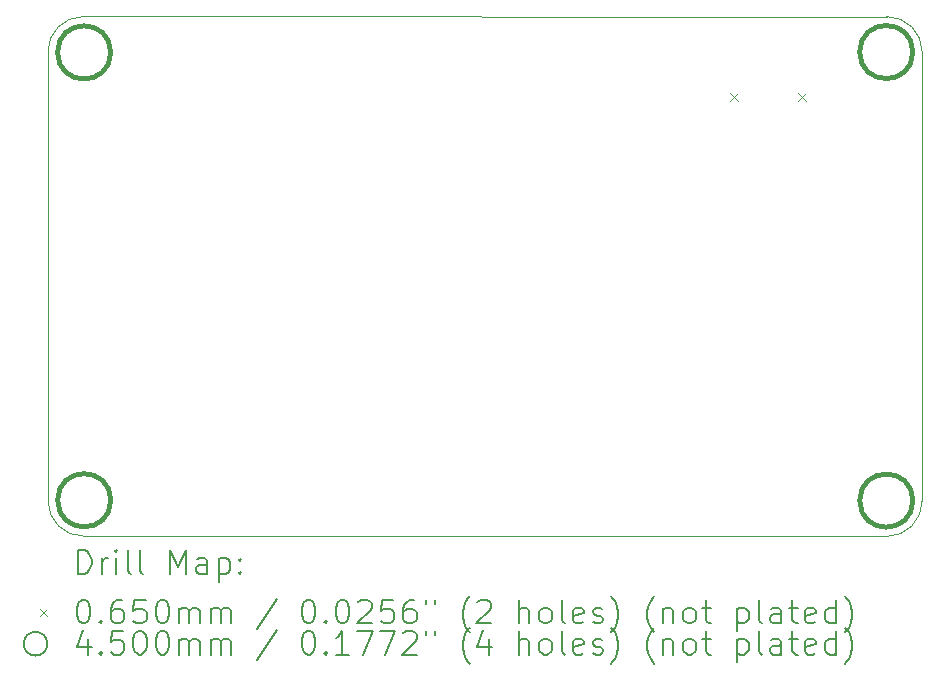
<source format=gbr>
%TF.GenerationSoftware,KiCad,Pcbnew,8.0.4*%
%TF.CreationDate,2024-09-20T11:31:18-05:00*%
%TF.ProjectId,spudglo_driver_v8p0,73707564-676c-46f5-9f64-72697665725f,rev?*%
%TF.SameCoordinates,Original*%
%TF.FileFunction,Drillmap*%
%TF.FilePolarity,Positive*%
%FSLAX45Y45*%
G04 Gerber Fmt 4.5, Leading zero omitted, Abs format (unit mm)*
G04 Created by KiCad (PCBNEW 8.0.4) date 2024-09-20 11:31:18*
%MOMM*%
%LPD*%
G01*
G04 APERTURE LIST*
%ADD10C,0.100000*%
%ADD11C,0.200000*%
%ADD12C,0.450000*%
G04 APERTURE END LIST*
D10*
X14257500Y-17495000D02*
G75*
G02*
X13958757Y-17796230I-298740J-2480D01*
G01*
X14257500Y-17495000D02*
X14258728Y-13693743D01*
X13957500Y-13395000D02*
G75*
G02*
X14258720Y-13693743I2470J-298740D01*
G01*
X6856620Y-17495376D02*
X6855880Y-13695349D01*
X13957500Y-13395000D02*
X7154624Y-13394120D01*
X7157849Y-17794120D02*
G75*
G02*
X6856620Y-17495376I-2479J298740D01*
G01*
X6855880Y-13695349D02*
G75*
G02*
X7154624Y-13394120I298744J2475D01*
G01*
X13958757Y-17796229D02*
X7157849Y-17794120D01*
D11*
D10*
X12630500Y-14041500D02*
X12695500Y-14106500D01*
X12695500Y-14041500D02*
X12630500Y-14106500D01*
X13208500Y-14041500D02*
X13273500Y-14106500D01*
X13273500Y-14041500D02*
X13208500Y-14106500D01*
D12*
X7387000Y-13698000D02*
G75*
G02*
X6937000Y-13698000I-225000J0D01*
G01*
X6937000Y-13698000D02*
G75*
G02*
X7387000Y-13698000I225000J0D01*
G01*
X7388000Y-17490000D02*
G75*
G02*
X6938000Y-17490000I-225000J0D01*
G01*
X6938000Y-17490000D02*
G75*
G02*
X7388000Y-17490000I225000J0D01*
G01*
X14179000Y-13695000D02*
G75*
G02*
X13729000Y-13695000I-225000J0D01*
G01*
X13729000Y-13695000D02*
G75*
G02*
X14179000Y-13695000I225000J0D01*
G01*
X14179000Y-17493000D02*
G75*
G02*
X13729000Y-17493000I-225000J0D01*
G01*
X13729000Y-17493000D02*
G75*
G02*
X14179000Y-17493000I225000J0D01*
G01*
D11*
X7111647Y-18112714D02*
X7111647Y-17912714D01*
X7111647Y-17912714D02*
X7159266Y-17912714D01*
X7159266Y-17912714D02*
X7187838Y-17922238D01*
X7187838Y-17922238D02*
X7206885Y-17941286D01*
X7206885Y-17941286D02*
X7216409Y-17960333D01*
X7216409Y-17960333D02*
X7225933Y-17998428D01*
X7225933Y-17998428D02*
X7225933Y-18027000D01*
X7225933Y-18027000D02*
X7216409Y-18065095D01*
X7216409Y-18065095D02*
X7206885Y-18084143D01*
X7206885Y-18084143D02*
X7187838Y-18103190D01*
X7187838Y-18103190D02*
X7159266Y-18112714D01*
X7159266Y-18112714D02*
X7111647Y-18112714D01*
X7311647Y-18112714D02*
X7311647Y-17979381D01*
X7311647Y-18017476D02*
X7321171Y-17998428D01*
X7321171Y-17998428D02*
X7330695Y-17988905D01*
X7330695Y-17988905D02*
X7349742Y-17979381D01*
X7349742Y-17979381D02*
X7368790Y-17979381D01*
X7435457Y-18112714D02*
X7435457Y-17979381D01*
X7435457Y-17912714D02*
X7425933Y-17922238D01*
X7425933Y-17922238D02*
X7435457Y-17931762D01*
X7435457Y-17931762D02*
X7444980Y-17922238D01*
X7444980Y-17922238D02*
X7435457Y-17912714D01*
X7435457Y-17912714D02*
X7435457Y-17931762D01*
X7559266Y-18112714D02*
X7540218Y-18103190D01*
X7540218Y-18103190D02*
X7530695Y-18084143D01*
X7530695Y-18084143D02*
X7530695Y-17912714D01*
X7664028Y-18112714D02*
X7644980Y-18103190D01*
X7644980Y-18103190D02*
X7635457Y-18084143D01*
X7635457Y-18084143D02*
X7635457Y-17912714D01*
X7892599Y-18112714D02*
X7892599Y-17912714D01*
X7892599Y-17912714D02*
X7959266Y-18055571D01*
X7959266Y-18055571D02*
X8025933Y-17912714D01*
X8025933Y-17912714D02*
X8025933Y-18112714D01*
X8206885Y-18112714D02*
X8206885Y-18007952D01*
X8206885Y-18007952D02*
X8197361Y-17988905D01*
X8197361Y-17988905D02*
X8178314Y-17979381D01*
X8178314Y-17979381D02*
X8140218Y-17979381D01*
X8140218Y-17979381D02*
X8121171Y-17988905D01*
X8206885Y-18103190D02*
X8187838Y-18112714D01*
X8187838Y-18112714D02*
X8140218Y-18112714D01*
X8140218Y-18112714D02*
X8121171Y-18103190D01*
X8121171Y-18103190D02*
X8111647Y-18084143D01*
X8111647Y-18084143D02*
X8111647Y-18065095D01*
X8111647Y-18065095D02*
X8121171Y-18046047D01*
X8121171Y-18046047D02*
X8140218Y-18036524D01*
X8140218Y-18036524D02*
X8187838Y-18036524D01*
X8187838Y-18036524D02*
X8206885Y-18027000D01*
X8302123Y-17979381D02*
X8302123Y-18179381D01*
X8302123Y-17988905D02*
X8321171Y-17979381D01*
X8321171Y-17979381D02*
X8359266Y-17979381D01*
X8359266Y-17979381D02*
X8378314Y-17988905D01*
X8378314Y-17988905D02*
X8387838Y-17998428D01*
X8387838Y-17998428D02*
X8397361Y-18017476D01*
X8397361Y-18017476D02*
X8397361Y-18074619D01*
X8397361Y-18074619D02*
X8387838Y-18093666D01*
X8387838Y-18093666D02*
X8378314Y-18103190D01*
X8378314Y-18103190D02*
X8359266Y-18112714D01*
X8359266Y-18112714D02*
X8321171Y-18112714D01*
X8321171Y-18112714D02*
X8302123Y-18103190D01*
X8483076Y-18093666D02*
X8492600Y-18103190D01*
X8492600Y-18103190D02*
X8483076Y-18112714D01*
X8483076Y-18112714D02*
X8473552Y-18103190D01*
X8473552Y-18103190D02*
X8483076Y-18093666D01*
X8483076Y-18093666D02*
X8483076Y-18112714D01*
X8483076Y-17988905D02*
X8492600Y-17998428D01*
X8492600Y-17998428D02*
X8483076Y-18007952D01*
X8483076Y-18007952D02*
X8473552Y-17998428D01*
X8473552Y-17998428D02*
X8483076Y-17988905D01*
X8483076Y-17988905D02*
X8483076Y-18007952D01*
D10*
X6785870Y-18408730D02*
X6850870Y-18473730D01*
X6850870Y-18408730D02*
X6785870Y-18473730D01*
D11*
X7149742Y-18332714D02*
X7168790Y-18332714D01*
X7168790Y-18332714D02*
X7187838Y-18342238D01*
X7187838Y-18342238D02*
X7197361Y-18351762D01*
X7197361Y-18351762D02*
X7206885Y-18370809D01*
X7206885Y-18370809D02*
X7216409Y-18408905D01*
X7216409Y-18408905D02*
X7216409Y-18456524D01*
X7216409Y-18456524D02*
X7206885Y-18494619D01*
X7206885Y-18494619D02*
X7197361Y-18513666D01*
X7197361Y-18513666D02*
X7187838Y-18523190D01*
X7187838Y-18523190D02*
X7168790Y-18532714D01*
X7168790Y-18532714D02*
X7149742Y-18532714D01*
X7149742Y-18532714D02*
X7130695Y-18523190D01*
X7130695Y-18523190D02*
X7121171Y-18513666D01*
X7121171Y-18513666D02*
X7111647Y-18494619D01*
X7111647Y-18494619D02*
X7102123Y-18456524D01*
X7102123Y-18456524D02*
X7102123Y-18408905D01*
X7102123Y-18408905D02*
X7111647Y-18370809D01*
X7111647Y-18370809D02*
X7121171Y-18351762D01*
X7121171Y-18351762D02*
X7130695Y-18342238D01*
X7130695Y-18342238D02*
X7149742Y-18332714D01*
X7302123Y-18513666D02*
X7311647Y-18523190D01*
X7311647Y-18523190D02*
X7302123Y-18532714D01*
X7302123Y-18532714D02*
X7292599Y-18523190D01*
X7292599Y-18523190D02*
X7302123Y-18513666D01*
X7302123Y-18513666D02*
X7302123Y-18532714D01*
X7483076Y-18332714D02*
X7444980Y-18332714D01*
X7444980Y-18332714D02*
X7425933Y-18342238D01*
X7425933Y-18342238D02*
X7416409Y-18351762D01*
X7416409Y-18351762D02*
X7397361Y-18380333D01*
X7397361Y-18380333D02*
X7387838Y-18418428D01*
X7387838Y-18418428D02*
X7387838Y-18494619D01*
X7387838Y-18494619D02*
X7397361Y-18513666D01*
X7397361Y-18513666D02*
X7406885Y-18523190D01*
X7406885Y-18523190D02*
X7425933Y-18532714D01*
X7425933Y-18532714D02*
X7464028Y-18532714D01*
X7464028Y-18532714D02*
X7483076Y-18523190D01*
X7483076Y-18523190D02*
X7492599Y-18513666D01*
X7492599Y-18513666D02*
X7502123Y-18494619D01*
X7502123Y-18494619D02*
X7502123Y-18447000D01*
X7502123Y-18447000D02*
X7492599Y-18427952D01*
X7492599Y-18427952D02*
X7483076Y-18418428D01*
X7483076Y-18418428D02*
X7464028Y-18408905D01*
X7464028Y-18408905D02*
X7425933Y-18408905D01*
X7425933Y-18408905D02*
X7406885Y-18418428D01*
X7406885Y-18418428D02*
X7397361Y-18427952D01*
X7397361Y-18427952D02*
X7387838Y-18447000D01*
X7683076Y-18332714D02*
X7587838Y-18332714D01*
X7587838Y-18332714D02*
X7578314Y-18427952D01*
X7578314Y-18427952D02*
X7587838Y-18418428D01*
X7587838Y-18418428D02*
X7606885Y-18408905D01*
X7606885Y-18408905D02*
X7654504Y-18408905D01*
X7654504Y-18408905D02*
X7673552Y-18418428D01*
X7673552Y-18418428D02*
X7683076Y-18427952D01*
X7683076Y-18427952D02*
X7692599Y-18447000D01*
X7692599Y-18447000D02*
X7692599Y-18494619D01*
X7692599Y-18494619D02*
X7683076Y-18513666D01*
X7683076Y-18513666D02*
X7673552Y-18523190D01*
X7673552Y-18523190D02*
X7654504Y-18532714D01*
X7654504Y-18532714D02*
X7606885Y-18532714D01*
X7606885Y-18532714D02*
X7587838Y-18523190D01*
X7587838Y-18523190D02*
X7578314Y-18513666D01*
X7816409Y-18332714D02*
X7835457Y-18332714D01*
X7835457Y-18332714D02*
X7854504Y-18342238D01*
X7854504Y-18342238D02*
X7864028Y-18351762D01*
X7864028Y-18351762D02*
X7873552Y-18370809D01*
X7873552Y-18370809D02*
X7883076Y-18408905D01*
X7883076Y-18408905D02*
X7883076Y-18456524D01*
X7883076Y-18456524D02*
X7873552Y-18494619D01*
X7873552Y-18494619D02*
X7864028Y-18513666D01*
X7864028Y-18513666D02*
X7854504Y-18523190D01*
X7854504Y-18523190D02*
X7835457Y-18532714D01*
X7835457Y-18532714D02*
X7816409Y-18532714D01*
X7816409Y-18532714D02*
X7797361Y-18523190D01*
X7797361Y-18523190D02*
X7787838Y-18513666D01*
X7787838Y-18513666D02*
X7778314Y-18494619D01*
X7778314Y-18494619D02*
X7768790Y-18456524D01*
X7768790Y-18456524D02*
X7768790Y-18408905D01*
X7768790Y-18408905D02*
X7778314Y-18370809D01*
X7778314Y-18370809D02*
X7787838Y-18351762D01*
X7787838Y-18351762D02*
X7797361Y-18342238D01*
X7797361Y-18342238D02*
X7816409Y-18332714D01*
X7968790Y-18532714D02*
X7968790Y-18399381D01*
X7968790Y-18418428D02*
X7978314Y-18408905D01*
X7978314Y-18408905D02*
X7997361Y-18399381D01*
X7997361Y-18399381D02*
X8025933Y-18399381D01*
X8025933Y-18399381D02*
X8044980Y-18408905D01*
X8044980Y-18408905D02*
X8054504Y-18427952D01*
X8054504Y-18427952D02*
X8054504Y-18532714D01*
X8054504Y-18427952D02*
X8064028Y-18408905D01*
X8064028Y-18408905D02*
X8083076Y-18399381D01*
X8083076Y-18399381D02*
X8111647Y-18399381D01*
X8111647Y-18399381D02*
X8130695Y-18408905D01*
X8130695Y-18408905D02*
X8140219Y-18427952D01*
X8140219Y-18427952D02*
X8140219Y-18532714D01*
X8235457Y-18532714D02*
X8235457Y-18399381D01*
X8235457Y-18418428D02*
X8244980Y-18408905D01*
X8244980Y-18408905D02*
X8264028Y-18399381D01*
X8264028Y-18399381D02*
X8292600Y-18399381D01*
X8292600Y-18399381D02*
X8311647Y-18408905D01*
X8311647Y-18408905D02*
X8321171Y-18427952D01*
X8321171Y-18427952D02*
X8321171Y-18532714D01*
X8321171Y-18427952D02*
X8330695Y-18408905D01*
X8330695Y-18408905D02*
X8349742Y-18399381D01*
X8349742Y-18399381D02*
X8378314Y-18399381D01*
X8378314Y-18399381D02*
X8397362Y-18408905D01*
X8397362Y-18408905D02*
X8406885Y-18427952D01*
X8406885Y-18427952D02*
X8406885Y-18532714D01*
X8797362Y-18323190D02*
X8625933Y-18580333D01*
X9054504Y-18332714D02*
X9073552Y-18332714D01*
X9073552Y-18332714D02*
X9092600Y-18342238D01*
X9092600Y-18342238D02*
X9102124Y-18351762D01*
X9102124Y-18351762D02*
X9111647Y-18370809D01*
X9111647Y-18370809D02*
X9121171Y-18408905D01*
X9121171Y-18408905D02*
X9121171Y-18456524D01*
X9121171Y-18456524D02*
X9111647Y-18494619D01*
X9111647Y-18494619D02*
X9102124Y-18513666D01*
X9102124Y-18513666D02*
X9092600Y-18523190D01*
X9092600Y-18523190D02*
X9073552Y-18532714D01*
X9073552Y-18532714D02*
X9054504Y-18532714D01*
X9054504Y-18532714D02*
X9035457Y-18523190D01*
X9035457Y-18523190D02*
X9025933Y-18513666D01*
X9025933Y-18513666D02*
X9016409Y-18494619D01*
X9016409Y-18494619D02*
X9006885Y-18456524D01*
X9006885Y-18456524D02*
X9006885Y-18408905D01*
X9006885Y-18408905D02*
X9016409Y-18370809D01*
X9016409Y-18370809D02*
X9025933Y-18351762D01*
X9025933Y-18351762D02*
X9035457Y-18342238D01*
X9035457Y-18342238D02*
X9054504Y-18332714D01*
X9206885Y-18513666D02*
X9216409Y-18523190D01*
X9216409Y-18523190D02*
X9206885Y-18532714D01*
X9206885Y-18532714D02*
X9197362Y-18523190D01*
X9197362Y-18523190D02*
X9206885Y-18513666D01*
X9206885Y-18513666D02*
X9206885Y-18532714D01*
X9340219Y-18332714D02*
X9359266Y-18332714D01*
X9359266Y-18332714D02*
X9378314Y-18342238D01*
X9378314Y-18342238D02*
X9387838Y-18351762D01*
X9387838Y-18351762D02*
X9397362Y-18370809D01*
X9397362Y-18370809D02*
X9406885Y-18408905D01*
X9406885Y-18408905D02*
X9406885Y-18456524D01*
X9406885Y-18456524D02*
X9397362Y-18494619D01*
X9397362Y-18494619D02*
X9387838Y-18513666D01*
X9387838Y-18513666D02*
X9378314Y-18523190D01*
X9378314Y-18523190D02*
X9359266Y-18532714D01*
X9359266Y-18532714D02*
X9340219Y-18532714D01*
X9340219Y-18532714D02*
X9321171Y-18523190D01*
X9321171Y-18523190D02*
X9311647Y-18513666D01*
X9311647Y-18513666D02*
X9302124Y-18494619D01*
X9302124Y-18494619D02*
X9292600Y-18456524D01*
X9292600Y-18456524D02*
X9292600Y-18408905D01*
X9292600Y-18408905D02*
X9302124Y-18370809D01*
X9302124Y-18370809D02*
X9311647Y-18351762D01*
X9311647Y-18351762D02*
X9321171Y-18342238D01*
X9321171Y-18342238D02*
X9340219Y-18332714D01*
X9483076Y-18351762D02*
X9492600Y-18342238D01*
X9492600Y-18342238D02*
X9511647Y-18332714D01*
X9511647Y-18332714D02*
X9559266Y-18332714D01*
X9559266Y-18332714D02*
X9578314Y-18342238D01*
X9578314Y-18342238D02*
X9587838Y-18351762D01*
X9587838Y-18351762D02*
X9597362Y-18370809D01*
X9597362Y-18370809D02*
X9597362Y-18389857D01*
X9597362Y-18389857D02*
X9587838Y-18418428D01*
X9587838Y-18418428D02*
X9473552Y-18532714D01*
X9473552Y-18532714D02*
X9597362Y-18532714D01*
X9778314Y-18332714D02*
X9683076Y-18332714D01*
X9683076Y-18332714D02*
X9673552Y-18427952D01*
X9673552Y-18427952D02*
X9683076Y-18418428D01*
X9683076Y-18418428D02*
X9702124Y-18408905D01*
X9702124Y-18408905D02*
X9749743Y-18408905D01*
X9749743Y-18408905D02*
X9768790Y-18418428D01*
X9768790Y-18418428D02*
X9778314Y-18427952D01*
X9778314Y-18427952D02*
X9787838Y-18447000D01*
X9787838Y-18447000D02*
X9787838Y-18494619D01*
X9787838Y-18494619D02*
X9778314Y-18513666D01*
X9778314Y-18513666D02*
X9768790Y-18523190D01*
X9768790Y-18523190D02*
X9749743Y-18532714D01*
X9749743Y-18532714D02*
X9702124Y-18532714D01*
X9702124Y-18532714D02*
X9683076Y-18523190D01*
X9683076Y-18523190D02*
X9673552Y-18513666D01*
X9959266Y-18332714D02*
X9921171Y-18332714D01*
X9921171Y-18332714D02*
X9902124Y-18342238D01*
X9902124Y-18342238D02*
X9892600Y-18351762D01*
X9892600Y-18351762D02*
X9873552Y-18380333D01*
X9873552Y-18380333D02*
X9864028Y-18418428D01*
X9864028Y-18418428D02*
X9864028Y-18494619D01*
X9864028Y-18494619D02*
X9873552Y-18513666D01*
X9873552Y-18513666D02*
X9883076Y-18523190D01*
X9883076Y-18523190D02*
X9902124Y-18532714D01*
X9902124Y-18532714D02*
X9940219Y-18532714D01*
X9940219Y-18532714D02*
X9959266Y-18523190D01*
X9959266Y-18523190D02*
X9968790Y-18513666D01*
X9968790Y-18513666D02*
X9978314Y-18494619D01*
X9978314Y-18494619D02*
X9978314Y-18447000D01*
X9978314Y-18447000D02*
X9968790Y-18427952D01*
X9968790Y-18427952D02*
X9959266Y-18418428D01*
X9959266Y-18418428D02*
X9940219Y-18408905D01*
X9940219Y-18408905D02*
X9902124Y-18408905D01*
X9902124Y-18408905D02*
X9883076Y-18418428D01*
X9883076Y-18418428D02*
X9873552Y-18427952D01*
X9873552Y-18427952D02*
X9864028Y-18447000D01*
X10054505Y-18332714D02*
X10054505Y-18370809D01*
X10130695Y-18332714D02*
X10130695Y-18370809D01*
X10425933Y-18608905D02*
X10416409Y-18599381D01*
X10416409Y-18599381D02*
X10397362Y-18570809D01*
X10397362Y-18570809D02*
X10387838Y-18551762D01*
X10387838Y-18551762D02*
X10378314Y-18523190D01*
X10378314Y-18523190D02*
X10368790Y-18475571D01*
X10368790Y-18475571D02*
X10368790Y-18437476D01*
X10368790Y-18437476D02*
X10378314Y-18389857D01*
X10378314Y-18389857D02*
X10387838Y-18361286D01*
X10387838Y-18361286D02*
X10397362Y-18342238D01*
X10397362Y-18342238D02*
X10416409Y-18313666D01*
X10416409Y-18313666D02*
X10425933Y-18304143D01*
X10492600Y-18351762D02*
X10502124Y-18342238D01*
X10502124Y-18342238D02*
X10521171Y-18332714D01*
X10521171Y-18332714D02*
X10568790Y-18332714D01*
X10568790Y-18332714D02*
X10587838Y-18342238D01*
X10587838Y-18342238D02*
X10597362Y-18351762D01*
X10597362Y-18351762D02*
X10606886Y-18370809D01*
X10606886Y-18370809D02*
X10606886Y-18389857D01*
X10606886Y-18389857D02*
X10597362Y-18418428D01*
X10597362Y-18418428D02*
X10483076Y-18532714D01*
X10483076Y-18532714D02*
X10606886Y-18532714D01*
X10844981Y-18532714D02*
X10844981Y-18332714D01*
X10930695Y-18532714D02*
X10930695Y-18427952D01*
X10930695Y-18427952D02*
X10921171Y-18408905D01*
X10921171Y-18408905D02*
X10902124Y-18399381D01*
X10902124Y-18399381D02*
X10873552Y-18399381D01*
X10873552Y-18399381D02*
X10854505Y-18408905D01*
X10854505Y-18408905D02*
X10844981Y-18418428D01*
X11054505Y-18532714D02*
X11035457Y-18523190D01*
X11035457Y-18523190D02*
X11025933Y-18513666D01*
X11025933Y-18513666D02*
X11016409Y-18494619D01*
X11016409Y-18494619D02*
X11016409Y-18437476D01*
X11016409Y-18437476D02*
X11025933Y-18418428D01*
X11025933Y-18418428D02*
X11035457Y-18408905D01*
X11035457Y-18408905D02*
X11054505Y-18399381D01*
X11054505Y-18399381D02*
X11083076Y-18399381D01*
X11083076Y-18399381D02*
X11102124Y-18408905D01*
X11102124Y-18408905D02*
X11111648Y-18418428D01*
X11111648Y-18418428D02*
X11121171Y-18437476D01*
X11121171Y-18437476D02*
X11121171Y-18494619D01*
X11121171Y-18494619D02*
X11111648Y-18513666D01*
X11111648Y-18513666D02*
X11102124Y-18523190D01*
X11102124Y-18523190D02*
X11083076Y-18532714D01*
X11083076Y-18532714D02*
X11054505Y-18532714D01*
X11235457Y-18532714D02*
X11216409Y-18523190D01*
X11216409Y-18523190D02*
X11206886Y-18504143D01*
X11206886Y-18504143D02*
X11206886Y-18332714D01*
X11387838Y-18523190D02*
X11368790Y-18532714D01*
X11368790Y-18532714D02*
X11330695Y-18532714D01*
X11330695Y-18532714D02*
X11311647Y-18523190D01*
X11311647Y-18523190D02*
X11302124Y-18504143D01*
X11302124Y-18504143D02*
X11302124Y-18427952D01*
X11302124Y-18427952D02*
X11311647Y-18408905D01*
X11311647Y-18408905D02*
X11330695Y-18399381D01*
X11330695Y-18399381D02*
X11368790Y-18399381D01*
X11368790Y-18399381D02*
X11387838Y-18408905D01*
X11387838Y-18408905D02*
X11397362Y-18427952D01*
X11397362Y-18427952D02*
X11397362Y-18447000D01*
X11397362Y-18447000D02*
X11302124Y-18466047D01*
X11473552Y-18523190D02*
X11492600Y-18532714D01*
X11492600Y-18532714D02*
X11530695Y-18532714D01*
X11530695Y-18532714D02*
X11549743Y-18523190D01*
X11549743Y-18523190D02*
X11559267Y-18504143D01*
X11559267Y-18504143D02*
X11559267Y-18494619D01*
X11559267Y-18494619D02*
X11549743Y-18475571D01*
X11549743Y-18475571D02*
X11530695Y-18466047D01*
X11530695Y-18466047D02*
X11502124Y-18466047D01*
X11502124Y-18466047D02*
X11483076Y-18456524D01*
X11483076Y-18456524D02*
X11473552Y-18437476D01*
X11473552Y-18437476D02*
X11473552Y-18427952D01*
X11473552Y-18427952D02*
X11483076Y-18408905D01*
X11483076Y-18408905D02*
X11502124Y-18399381D01*
X11502124Y-18399381D02*
X11530695Y-18399381D01*
X11530695Y-18399381D02*
X11549743Y-18408905D01*
X11625933Y-18608905D02*
X11635457Y-18599381D01*
X11635457Y-18599381D02*
X11654505Y-18570809D01*
X11654505Y-18570809D02*
X11664028Y-18551762D01*
X11664028Y-18551762D02*
X11673552Y-18523190D01*
X11673552Y-18523190D02*
X11683076Y-18475571D01*
X11683076Y-18475571D02*
X11683076Y-18437476D01*
X11683076Y-18437476D02*
X11673552Y-18389857D01*
X11673552Y-18389857D02*
X11664028Y-18361286D01*
X11664028Y-18361286D02*
X11654505Y-18342238D01*
X11654505Y-18342238D02*
X11635457Y-18313666D01*
X11635457Y-18313666D02*
X11625933Y-18304143D01*
X11987838Y-18608905D02*
X11978314Y-18599381D01*
X11978314Y-18599381D02*
X11959267Y-18570809D01*
X11959267Y-18570809D02*
X11949743Y-18551762D01*
X11949743Y-18551762D02*
X11940219Y-18523190D01*
X11940219Y-18523190D02*
X11930695Y-18475571D01*
X11930695Y-18475571D02*
X11930695Y-18437476D01*
X11930695Y-18437476D02*
X11940219Y-18389857D01*
X11940219Y-18389857D02*
X11949743Y-18361286D01*
X11949743Y-18361286D02*
X11959267Y-18342238D01*
X11959267Y-18342238D02*
X11978314Y-18313666D01*
X11978314Y-18313666D02*
X11987838Y-18304143D01*
X12064028Y-18399381D02*
X12064028Y-18532714D01*
X12064028Y-18418428D02*
X12073552Y-18408905D01*
X12073552Y-18408905D02*
X12092600Y-18399381D01*
X12092600Y-18399381D02*
X12121171Y-18399381D01*
X12121171Y-18399381D02*
X12140219Y-18408905D01*
X12140219Y-18408905D02*
X12149743Y-18427952D01*
X12149743Y-18427952D02*
X12149743Y-18532714D01*
X12273552Y-18532714D02*
X12254505Y-18523190D01*
X12254505Y-18523190D02*
X12244981Y-18513666D01*
X12244981Y-18513666D02*
X12235457Y-18494619D01*
X12235457Y-18494619D02*
X12235457Y-18437476D01*
X12235457Y-18437476D02*
X12244981Y-18418428D01*
X12244981Y-18418428D02*
X12254505Y-18408905D01*
X12254505Y-18408905D02*
X12273552Y-18399381D01*
X12273552Y-18399381D02*
X12302124Y-18399381D01*
X12302124Y-18399381D02*
X12321171Y-18408905D01*
X12321171Y-18408905D02*
X12330695Y-18418428D01*
X12330695Y-18418428D02*
X12340219Y-18437476D01*
X12340219Y-18437476D02*
X12340219Y-18494619D01*
X12340219Y-18494619D02*
X12330695Y-18513666D01*
X12330695Y-18513666D02*
X12321171Y-18523190D01*
X12321171Y-18523190D02*
X12302124Y-18532714D01*
X12302124Y-18532714D02*
X12273552Y-18532714D01*
X12397362Y-18399381D02*
X12473552Y-18399381D01*
X12425933Y-18332714D02*
X12425933Y-18504143D01*
X12425933Y-18504143D02*
X12435457Y-18523190D01*
X12435457Y-18523190D02*
X12454505Y-18532714D01*
X12454505Y-18532714D02*
X12473552Y-18532714D01*
X12692600Y-18399381D02*
X12692600Y-18599381D01*
X12692600Y-18408905D02*
X12711648Y-18399381D01*
X12711648Y-18399381D02*
X12749743Y-18399381D01*
X12749743Y-18399381D02*
X12768790Y-18408905D01*
X12768790Y-18408905D02*
X12778314Y-18418428D01*
X12778314Y-18418428D02*
X12787838Y-18437476D01*
X12787838Y-18437476D02*
X12787838Y-18494619D01*
X12787838Y-18494619D02*
X12778314Y-18513666D01*
X12778314Y-18513666D02*
X12768790Y-18523190D01*
X12768790Y-18523190D02*
X12749743Y-18532714D01*
X12749743Y-18532714D02*
X12711648Y-18532714D01*
X12711648Y-18532714D02*
X12692600Y-18523190D01*
X12902124Y-18532714D02*
X12883076Y-18523190D01*
X12883076Y-18523190D02*
X12873552Y-18504143D01*
X12873552Y-18504143D02*
X12873552Y-18332714D01*
X13064029Y-18532714D02*
X13064029Y-18427952D01*
X13064029Y-18427952D02*
X13054505Y-18408905D01*
X13054505Y-18408905D02*
X13035457Y-18399381D01*
X13035457Y-18399381D02*
X12997362Y-18399381D01*
X12997362Y-18399381D02*
X12978314Y-18408905D01*
X13064029Y-18523190D02*
X13044981Y-18532714D01*
X13044981Y-18532714D02*
X12997362Y-18532714D01*
X12997362Y-18532714D02*
X12978314Y-18523190D01*
X12978314Y-18523190D02*
X12968790Y-18504143D01*
X12968790Y-18504143D02*
X12968790Y-18485095D01*
X12968790Y-18485095D02*
X12978314Y-18466047D01*
X12978314Y-18466047D02*
X12997362Y-18456524D01*
X12997362Y-18456524D02*
X13044981Y-18456524D01*
X13044981Y-18456524D02*
X13064029Y-18447000D01*
X13130695Y-18399381D02*
X13206886Y-18399381D01*
X13159267Y-18332714D02*
X13159267Y-18504143D01*
X13159267Y-18504143D02*
X13168790Y-18523190D01*
X13168790Y-18523190D02*
X13187838Y-18532714D01*
X13187838Y-18532714D02*
X13206886Y-18532714D01*
X13349743Y-18523190D02*
X13330695Y-18532714D01*
X13330695Y-18532714D02*
X13292600Y-18532714D01*
X13292600Y-18532714D02*
X13273552Y-18523190D01*
X13273552Y-18523190D02*
X13264029Y-18504143D01*
X13264029Y-18504143D02*
X13264029Y-18427952D01*
X13264029Y-18427952D02*
X13273552Y-18408905D01*
X13273552Y-18408905D02*
X13292600Y-18399381D01*
X13292600Y-18399381D02*
X13330695Y-18399381D01*
X13330695Y-18399381D02*
X13349743Y-18408905D01*
X13349743Y-18408905D02*
X13359267Y-18427952D01*
X13359267Y-18427952D02*
X13359267Y-18447000D01*
X13359267Y-18447000D02*
X13264029Y-18466047D01*
X13530695Y-18532714D02*
X13530695Y-18332714D01*
X13530695Y-18523190D02*
X13511648Y-18532714D01*
X13511648Y-18532714D02*
X13473552Y-18532714D01*
X13473552Y-18532714D02*
X13454505Y-18523190D01*
X13454505Y-18523190D02*
X13444981Y-18513666D01*
X13444981Y-18513666D02*
X13435457Y-18494619D01*
X13435457Y-18494619D02*
X13435457Y-18437476D01*
X13435457Y-18437476D02*
X13444981Y-18418428D01*
X13444981Y-18418428D02*
X13454505Y-18408905D01*
X13454505Y-18408905D02*
X13473552Y-18399381D01*
X13473552Y-18399381D02*
X13511648Y-18399381D01*
X13511648Y-18399381D02*
X13530695Y-18408905D01*
X13606886Y-18608905D02*
X13616410Y-18599381D01*
X13616410Y-18599381D02*
X13635457Y-18570809D01*
X13635457Y-18570809D02*
X13644981Y-18551762D01*
X13644981Y-18551762D02*
X13654505Y-18523190D01*
X13654505Y-18523190D02*
X13664029Y-18475571D01*
X13664029Y-18475571D02*
X13664029Y-18437476D01*
X13664029Y-18437476D02*
X13654505Y-18389857D01*
X13654505Y-18389857D02*
X13644981Y-18361286D01*
X13644981Y-18361286D02*
X13635457Y-18342238D01*
X13635457Y-18342238D02*
X13616410Y-18313666D01*
X13616410Y-18313666D02*
X13606886Y-18304143D01*
X6850870Y-18705230D02*
G75*
G02*
X6650870Y-18705230I-100000J0D01*
G01*
X6650870Y-18705230D02*
G75*
G02*
X6850870Y-18705230I100000J0D01*
G01*
X7197361Y-18663381D02*
X7197361Y-18796714D01*
X7149742Y-18587190D02*
X7102123Y-18730047D01*
X7102123Y-18730047D02*
X7225933Y-18730047D01*
X7302123Y-18777666D02*
X7311647Y-18787190D01*
X7311647Y-18787190D02*
X7302123Y-18796714D01*
X7302123Y-18796714D02*
X7292599Y-18787190D01*
X7292599Y-18787190D02*
X7302123Y-18777666D01*
X7302123Y-18777666D02*
X7302123Y-18796714D01*
X7492599Y-18596714D02*
X7397361Y-18596714D01*
X7397361Y-18596714D02*
X7387838Y-18691952D01*
X7387838Y-18691952D02*
X7397361Y-18682428D01*
X7397361Y-18682428D02*
X7416409Y-18672905D01*
X7416409Y-18672905D02*
X7464028Y-18672905D01*
X7464028Y-18672905D02*
X7483076Y-18682428D01*
X7483076Y-18682428D02*
X7492599Y-18691952D01*
X7492599Y-18691952D02*
X7502123Y-18711000D01*
X7502123Y-18711000D02*
X7502123Y-18758619D01*
X7502123Y-18758619D02*
X7492599Y-18777666D01*
X7492599Y-18777666D02*
X7483076Y-18787190D01*
X7483076Y-18787190D02*
X7464028Y-18796714D01*
X7464028Y-18796714D02*
X7416409Y-18796714D01*
X7416409Y-18796714D02*
X7397361Y-18787190D01*
X7397361Y-18787190D02*
X7387838Y-18777666D01*
X7625933Y-18596714D02*
X7644980Y-18596714D01*
X7644980Y-18596714D02*
X7664028Y-18606238D01*
X7664028Y-18606238D02*
X7673552Y-18615762D01*
X7673552Y-18615762D02*
X7683076Y-18634809D01*
X7683076Y-18634809D02*
X7692599Y-18672905D01*
X7692599Y-18672905D02*
X7692599Y-18720524D01*
X7692599Y-18720524D02*
X7683076Y-18758619D01*
X7683076Y-18758619D02*
X7673552Y-18777666D01*
X7673552Y-18777666D02*
X7664028Y-18787190D01*
X7664028Y-18787190D02*
X7644980Y-18796714D01*
X7644980Y-18796714D02*
X7625933Y-18796714D01*
X7625933Y-18796714D02*
X7606885Y-18787190D01*
X7606885Y-18787190D02*
X7597361Y-18777666D01*
X7597361Y-18777666D02*
X7587838Y-18758619D01*
X7587838Y-18758619D02*
X7578314Y-18720524D01*
X7578314Y-18720524D02*
X7578314Y-18672905D01*
X7578314Y-18672905D02*
X7587838Y-18634809D01*
X7587838Y-18634809D02*
X7597361Y-18615762D01*
X7597361Y-18615762D02*
X7606885Y-18606238D01*
X7606885Y-18606238D02*
X7625933Y-18596714D01*
X7816409Y-18596714D02*
X7835457Y-18596714D01*
X7835457Y-18596714D02*
X7854504Y-18606238D01*
X7854504Y-18606238D02*
X7864028Y-18615762D01*
X7864028Y-18615762D02*
X7873552Y-18634809D01*
X7873552Y-18634809D02*
X7883076Y-18672905D01*
X7883076Y-18672905D02*
X7883076Y-18720524D01*
X7883076Y-18720524D02*
X7873552Y-18758619D01*
X7873552Y-18758619D02*
X7864028Y-18777666D01*
X7864028Y-18777666D02*
X7854504Y-18787190D01*
X7854504Y-18787190D02*
X7835457Y-18796714D01*
X7835457Y-18796714D02*
X7816409Y-18796714D01*
X7816409Y-18796714D02*
X7797361Y-18787190D01*
X7797361Y-18787190D02*
X7787838Y-18777666D01*
X7787838Y-18777666D02*
X7778314Y-18758619D01*
X7778314Y-18758619D02*
X7768790Y-18720524D01*
X7768790Y-18720524D02*
X7768790Y-18672905D01*
X7768790Y-18672905D02*
X7778314Y-18634809D01*
X7778314Y-18634809D02*
X7787838Y-18615762D01*
X7787838Y-18615762D02*
X7797361Y-18606238D01*
X7797361Y-18606238D02*
X7816409Y-18596714D01*
X7968790Y-18796714D02*
X7968790Y-18663381D01*
X7968790Y-18682428D02*
X7978314Y-18672905D01*
X7978314Y-18672905D02*
X7997361Y-18663381D01*
X7997361Y-18663381D02*
X8025933Y-18663381D01*
X8025933Y-18663381D02*
X8044980Y-18672905D01*
X8044980Y-18672905D02*
X8054504Y-18691952D01*
X8054504Y-18691952D02*
X8054504Y-18796714D01*
X8054504Y-18691952D02*
X8064028Y-18672905D01*
X8064028Y-18672905D02*
X8083076Y-18663381D01*
X8083076Y-18663381D02*
X8111647Y-18663381D01*
X8111647Y-18663381D02*
X8130695Y-18672905D01*
X8130695Y-18672905D02*
X8140219Y-18691952D01*
X8140219Y-18691952D02*
X8140219Y-18796714D01*
X8235457Y-18796714D02*
X8235457Y-18663381D01*
X8235457Y-18682428D02*
X8244980Y-18672905D01*
X8244980Y-18672905D02*
X8264028Y-18663381D01*
X8264028Y-18663381D02*
X8292600Y-18663381D01*
X8292600Y-18663381D02*
X8311647Y-18672905D01*
X8311647Y-18672905D02*
X8321171Y-18691952D01*
X8321171Y-18691952D02*
X8321171Y-18796714D01*
X8321171Y-18691952D02*
X8330695Y-18672905D01*
X8330695Y-18672905D02*
X8349742Y-18663381D01*
X8349742Y-18663381D02*
X8378314Y-18663381D01*
X8378314Y-18663381D02*
X8397362Y-18672905D01*
X8397362Y-18672905D02*
X8406885Y-18691952D01*
X8406885Y-18691952D02*
X8406885Y-18796714D01*
X8797362Y-18587190D02*
X8625933Y-18844333D01*
X9054504Y-18596714D02*
X9073552Y-18596714D01*
X9073552Y-18596714D02*
X9092600Y-18606238D01*
X9092600Y-18606238D02*
X9102124Y-18615762D01*
X9102124Y-18615762D02*
X9111647Y-18634809D01*
X9111647Y-18634809D02*
X9121171Y-18672905D01*
X9121171Y-18672905D02*
X9121171Y-18720524D01*
X9121171Y-18720524D02*
X9111647Y-18758619D01*
X9111647Y-18758619D02*
X9102124Y-18777666D01*
X9102124Y-18777666D02*
X9092600Y-18787190D01*
X9092600Y-18787190D02*
X9073552Y-18796714D01*
X9073552Y-18796714D02*
X9054504Y-18796714D01*
X9054504Y-18796714D02*
X9035457Y-18787190D01*
X9035457Y-18787190D02*
X9025933Y-18777666D01*
X9025933Y-18777666D02*
X9016409Y-18758619D01*
X9016409Y-18758619D02*
X9006885Y-18720524D01*
X9006885Y-18720524D02*
X9006885Y-18672905D01*
X9006885Y-18672905D02*
X9016409Y-18634809D01*
X9016409Y-18634809D02*
X9025933Y-18615762D01*
X9025933Y-18615762D02*
X9035457Y-18606238D01*
X9035457Y-18606238D02*
X9054504Y-18596714D01*
X9206885Y-18777666D02*
X9216409Y-18787190D01*
X9216409Y-18787190D02*
X9206885Y-18796714D01*
X9206885Y-18796714D02*
X9197362Y-18787190D01*
X9197362Y-18787190D02*
X9206885Y-18777666D01*
X9206885Y-18777666D02*
X9206885Y-18796714D01*
X9406885Y-18796714D02*
X9292600Y-18796714D01*
X9349743Y-18796714D02*
X9349743Y-18596714D01*
X9349743Y-18596714D02*
X9330695Y-18625286D01*
X9330695Y-18625286D02*
X9311647Y-18644333D01*
X9311647Y-18644333D02*
X9292600Y-18653857D01*
X9473552Y-18596714D02*
X9606885Y-18596714D01*
X9606885Y-18596714D02*
X9521171Y-18796714D01*
X9664028Y-18596714D02*
X9797362Y-18596714D01*
X9797362Y-18596714D02*
X9711647Y-18796714D01*
X9864028Y-18615762D02*
X9873552Y-18606238D01*
X9873552Y-18606238D02*
X9892600Y-18596714D01*
X9892600Y-18596714D02*
X9940219Y-18596714D01*
X9940219Y-18596714D02*
X9959266Y-18606238D01*
X9959266Y-18606238D02*
X9968790Y-18615762D01*
X9968790Y-18615762D02*
X9978314Y-18634809D01*
X9978314Y-18634809D02*
X9978314Y-18653857D01*
X9978314Y-18653857D02*
X9968790Y-18682428D01*
X9968790Y-18682428D02*
X9854505Y-18796714D01*
X9854505Y-18796714D02*
X9978314Y-18796714D01*
X10054505Y-18596714D02*
X10054505Y-18634809D01*
X10130695Y-18596714D02*
X10130695Y-18634809D01*
X10425933Y-18872905D02*
X10416409Y-18863381D01*
X10416409Y-18863381D02*
X10397362Y-18834809D01*
X10397362Y-18834809D02*
X10387838Y-18815762D01*
X10387838Y-18815762D02*
X10378314Y-18787190D01*
X10378314Y-18787190D02*
X10368790Y-18739571D01*
X10368790Y-18739571D02*
X10368790Y-18701476D01*
X10368790Y-18701476D02*
X10378314Y-18653857D01*
X10378314Y-18653857D02*
X10387838Y-18625286D01*
X10387838Y-18625286D02*
X10397362Y-18606238D01*
X10397362Y-18606238D02*
X10416409Y-18577666D01*
X10416409Y-18577666D02*
X10425933Y-18568143D01*
X10587838Y-18663381D02*
X10587838Y-18796714D01*
X10540219Y-18587190D02*
X10492600Y-18730047D01*
X10492600Y-18730047D02*
X10616409Y-18730047D01*
X10844981Y-18796714D02*
X10844981Y-18596714D01*
X10930695Y-18796714D02*
X10930695Y-18691952D01*
X10930695Y-18691952D02*
X10921171Y-18672905D01*
X10921171Y-18672905D02*
X10902124Y-18663381D01*
X10902124Y-18663381D02*
X10873552Y-18663381D01*
X10873552Y-18663381D02*
X10854505Y-18672905D01*
X10854505Y-18672905D02*
X10844981Y-18682428D01*
X11054505Y-18796714D02*
X11035457Y-18787190D01*
X11035457Y-18787190D02*
X11025933Y-18777666D01*
X11025933Y-18777666D02*
X11016409Y-18758619D01*
X11016409Y-18758619D02*
X11016409Y-18701476D01*
X11016409Y-18701476D02*
X11025933Y-18682428D01*
X11025933Y-18682428D02*
X11035457Y-18672905D01*
X11035457Y-18672905D02*
X11054505Y-18663381D01*
X11054505Y-18663381D02*
X11083076Y-18663381D01*
X11083076Y-18663381D02*
X11102124Y-18672905D01*
X11102124Y-18672905D02*
X11111648Y-18682428D01*
X11111648Y-18682428D02*
X11121171Y-18701476D01*
X11121171Y-18701476D02*
X11121171Y-18758619D01*
X11121171Y-18758619D02*
X11111648Y-18777666D01*
X11111648Y-18777666D02*
X11102124Y-18787190D01*
X11102124Y-18787190D02*
X11083076Y-18796714D01*
X11083076Y-18796714D02*
X11054505Y-18796714D01*
X11235457Y-18796714D02*
X11216409Y-18787190D01*
X11216409Y-18787190D02*
X11206886Y-18768143D01*
X11206886Y-18768143D02*
X11206886Y-18596714D01*
X11387838Y-18787190D02*
X11368790Y-18796714D01*
X11368790Y-18796714D02*
X11330695Y-18796714D01*
X11330695Y-18796714D02*
X11311647Y-18787190D01*
X11311647Y-18787190D02*
X11302124Y-18768143D01*
X11302124Y-18768143D02*
X11302124Y-18691952D01*
X11302124Y-18691952D02*
X11311647Y-18672905D01*
X11311647Y-18672905D02*
X11330695Y-18663381D01*
X11330695Y-18663381D02*
X11368790Y-18663381D01*
X11368790Y-18663381D02*
X11387838Y-18672905D01*
X11387838Y-18672905D02*
X11397362Y-18691952D01*
X11397362Y-18691952D02*
X11397362Y-18711000D01*
X11397362Y-18711000D02*
X11302124Y-18730047D01*
X11473552Y-18787190D02*
X11492600Y-18796714D01*
X11492600Y-18796714D02*
X11530695Y-18796714D01*
X11530695Y-18796714D02*
X11549743Y-18787190D01*
X11549743Y-18787190D02*
X11559267Y-18768143D01*
X11559267Y-18768143D02*
X11559267Y-18758619D01*
X11559267Y-18758619D02*
X11549743Y-18739571D01*
X11549743Y-18739571D02*
X11530695Y-18730047D01*
X11530695Y-18730047D02*
X11502124Y-18730047D01*
X11502124Y-18730047D02*
X11483076Y-18720524D01*
X11483076Y-18720524D02*
X11473552Y-18701476D01*
X11473552Y-18701476D02*
X11473552Y-18691952D01*
X11473552Y-18691952D02*
X11483076Y-18672905D01*
X11483076Y-18672905D02*
X11502124Y-18663381D01*
X11502124Y-18663381D02*
X11530695Y-18663381D01*
X11530695Y-18663381D02*
X11549743Y-18672905D01*
X11625933Y-18872905D02*
X11635457Y-18863381D01*
X11635457Y-18863381D02*
X11654505Y-18834809D01*
X11654505Y-18834809D02*
X11664028Y-18815762D01*
X11664028Y-18815762D02*
X11673552Y-18787190D01*
X11673552Y-18787190D02*
X11683076Y-18739571D01*
X11683076Y-18739571D02*
X11683076Y-18701476D01*
X11683076Y-18701476D02*
X11673552Y-18653857D01*
X11673552Y-18653857D02*
X11664028Y-18625286D01*
X11664028Y-18625286D02*
X11654505Y-18606238D01*
X11654505Y-18606238D02*
X11635457Y-18577666D01*
X11635457Y-18577666D02*
X11625933Y-18568143D01*
X11987838Y-18872905D02*
X11978314Y-18863381D01*
X11978314Y-18863381D02*
X11959267Y-18834809D01*
X11959267Y-18834809D02*
X11949743Y-18815762D01*
X11949743Y-18815762D02*
X11940219Y-18787190D01*
X11940219Y-18787190D02*
X11930695Y-18739571D01*
X11930695Y-18739571D02*
X11930695Y-18701476D01*
X11930695Y-18701476D02*
X11940219Y-18653857D01*
X11940219Y-18653857D02*
X11949743Y-18625286D01*
X11949743Y-18625286D02*
X11959267Y-18606238D01*
X11959267Y-18606238D02*
X11978314Y-18577666D01*
X11978314Y-18577666D02*
X11987838Y-18568143D01*
X12064028Y-18663381D02*
X12064028Y-18796714D01*
X12064028Y-18682428D02*
X12073552Y-18672905D01*
X12073552Y-18672905D02*
X12092600Y-18663381D01*
X12092600Y-18663381D02*
X12121171Y-18663381D01*
X12121171Y-18663381D02*
X12140219Y-18672905D01*
X12140219Y-18672905D02*
X12149743Y-18691952D01*
X12149743Y-18691952D02*
X12149743Y-18796714D01*
X12273552Y-18796714D02*
X12254505Y-18787190D01*
X12254505Y-18787190D02*
X12244981Y-18777666D01*
X12244981Y-18777666D02*
X12235457Y-18758619D01*
X12235457Y-18758619D02*
X12235457Y-18701476D01*
X12235457Y-18701476D02*
X12244981Y-18682428D01*
X12244981Y-18682428D02*
X12254505Y-18672905D01*
X12254505Y-18672905D02*
X12273552Y-18663381D01*
X12273552Y-18663381D02*
X12302124Y-18663381D01*
X12302124Y-18663381D02*
X12321171Y-18672905D01*
X12321171Y-18672905D02*
X12330695Y-18682428D01*
X12330695Y-18682428D02*
X12340219Y-18701476D01*
X12340219Y-18701476D02*
X12340219Y-18758619D01*
X12340219Y-18758619D02*
X12330695Y-18777666D01*
X12330695Y-18777666D02*
X12321171Y-18787190D01*
X12321171Y-18787190D02*
X12302124Y-18796714D01*
X12302124Y-18796714D02*
X12273552Y-18796714D01*
X12397362Y-18663381D02*
X12473552Y-18663381D01*
X12425933Y-18596714D02*
X12425933Y-18768143D01*
X12425933Y-18768143D02*
X12435457Y-18787190D01*
X12435457Y-18787190D02*
X12454505Y-18796714D01*
X12454505Y-18796714D02*
X12473552Y-18796714D01*
X12692600Y-18663381D02*
X12692600Y-18863381D01*
X12692600Y-18672905D02*
X12711648Y-18663381D01*
X12711648Y-18663381D02*
X12749743Y-18663381D01*
X12749743Y-18663381D02*
X12768790Y-18672905D01*
X12768790Y-18672905D02*
X12778314Y-18682428D01*
X12778314Y-18682428D02*
X12787838Y-18701476D01*
X12787838Y-18701476D02*
X12787838Y-18758619D01*
X12787838Y-18758619D02*
X12778314Y-18777666D01*
X12778314Y-18777666D02*
X12768790Y-18787190D01*
X12768790Y-18787190D02*
X12749743Y-18796714D01*
X12749743Y-18796714D02*
X12711648Y-18796714D01*
X12711648Y-18796714D02*
X12692600Y-18787190D01*
X12902124Y-18796714D02*
X12883076Y-18787190D01*
X12883076Y-18787190D02*
X12873552Y-18768143D01*
X12873552Y-18768143D02*
X12873552Y-18596714D01*
X13064029Y-18796714D02*
X13064029Y-18691952D01*
X13064029Y-18691952D02*
X13054505Y-18672905D01*
X13054505Y-18672905D02*
X13035457Y-18663381D01*
X13035457Y-18663381D02*
X12997362Y-18663381D01*
X12997362Y-18663381D02*
X12978314Y-18672905D01*
X13064029Y-18787190D02*
X13044981Y-18796714D01*
X13044981Y-18796714D02*
X12997362Y-18796714D01*
X12997362Y-18796714D02*
X12978314Y-18787190D01*
X12978314Y-18787190D02*
X12968790Y-18768143D01*
X12968790Y-18768143D02*
X12968790Y-18749095D01*
X12968790Y-18749095D02*
X12978314Y-18730047D01*
X12978314Y-18730047D02*
X12997362Y-18720524D01*
X12997362Y-18720524D02*
X13044981Y-18720524D01*
X13044981Y-18720524D02*
X13064029Y-18711000D01*
X13130695Y-18663381D02*
X13206886Y-18663381D01*
X13159267Y-18596714D02*
X13159267Y-18768143D01*
X13159267Y-18768143D02*
X13168790Y-18787190D01*
X13168790Y-18787190D02*
X13187838Y-18796714D01*
X13187838Y-18796714D02*
X13206886Y-18796714D01*
X13349743Y-18787190D02*
X13330695Y-18796714D01*
X13330695Y-18796714D02*
X13292600Y-18796714D01*
X13292600Y-18796714D02*
X13273552Y-18787190D01*
X13273552Y-18787190D02*
X13264029Y-18768143D01*
X13264029Y-18768143D02*
X13264029Y-18691952D01*
X13264029Y-18691952D02*
X13273552Y-18672905D01*
X13273552Y-18672905D02*
X13292600Y-18663381D01*
X13292600Y-18663381D02*
X13330695Y-18663381D01*
X13330695Y-18663381D02*
X13349743Y-18672905D01*
X13349743Y-18672905D02*
X13359267Y-18691952D01*
X13359267Y-18691952D02*
X13359267Y-18711000D01*
X13359267Y-18711000D02*
X13264029Y-18730047D01*
X13530695Y-18796714D02*
X13530695Y-18596714D01*
X13530695Y-18787190D02*
X13511648Y-18796714D01*
X13511648Y-18796714D02*
X13473552Y-18796714D01*
X13473552Y-18796714D02*
X13454505Y-18787190D01*
X13454505Y-18787190D02*
X13444981Y-18777666D01*
X13444981Y-18777666D02*
X13435457Y-18758619D01*
X13435457Y-18758619D02*
X13435457Y-18701476D01*
X13435457Y-18701476D02*
X13444981Y-18682428D01*
X13444981Y-18682428D02*
X13454505Y-18672905D01*
X13454505Y-18672905D02*
X13473552Y-18663381D01*
X13473552Y-18663381D02*
X13511648Y-18663381D01*
X13511648Y-18663381D02*
X13530695Y-18672905D01*
X13606886Y-18872905D02*
X13616410Y-18863381D01*
X13616410Y-18863381D02*
X13635457Y-18834809D01*
X13635457Y-18834809D02*
X13644981Y-18815762D01*
X13644981Y-18815762D02*
X13654505Y-18787190D01*
X13654505Y-18787190D02*
X13664029Y-18739571D01*
X13664029Y-18739571D02*
X13664029Y-18701476D01*
X13664029Y-18701476D02*
X13654505Y-18653857D01*
X13654505Y-18653857D02*
X13644981Y-18625286D01*
X13644981Y-18625286D02*
X13635457Y-18606238D01*
X13635457Y-18606238D02*
X13616410Y-18577666D01*
X13616410Y-18577666D02*
X13606886Y-18568143D01*
M02*

</source>
